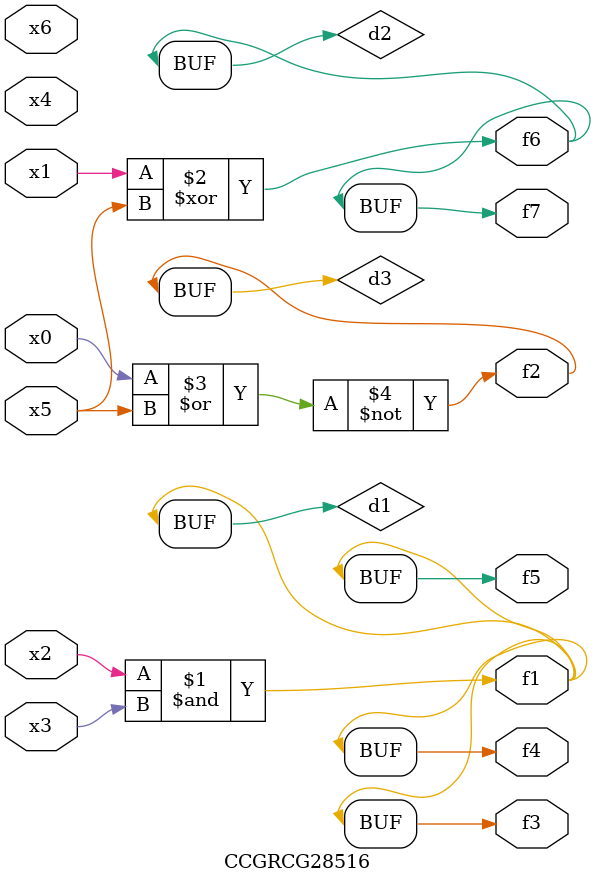
<source format=v>
module CCGRCG28516(
	input x0, x1, x2, x3, x4, x5, x6,
	output f1, f2, f3, f4, f5, f6, f7
);

	wire d1, d2, d3;

	and (d1, x2, x3);
	xor (d2, x1, x5);
	nor (d3, x0, x5);
	assign f1 = d1;
	assign f2 = d3;
	assign f3 = d1;
	assign f4 = d1;
	assign f5 = d1;
	assign f6 = d2;
	assign f7 = d2;
endmodule

</source>
